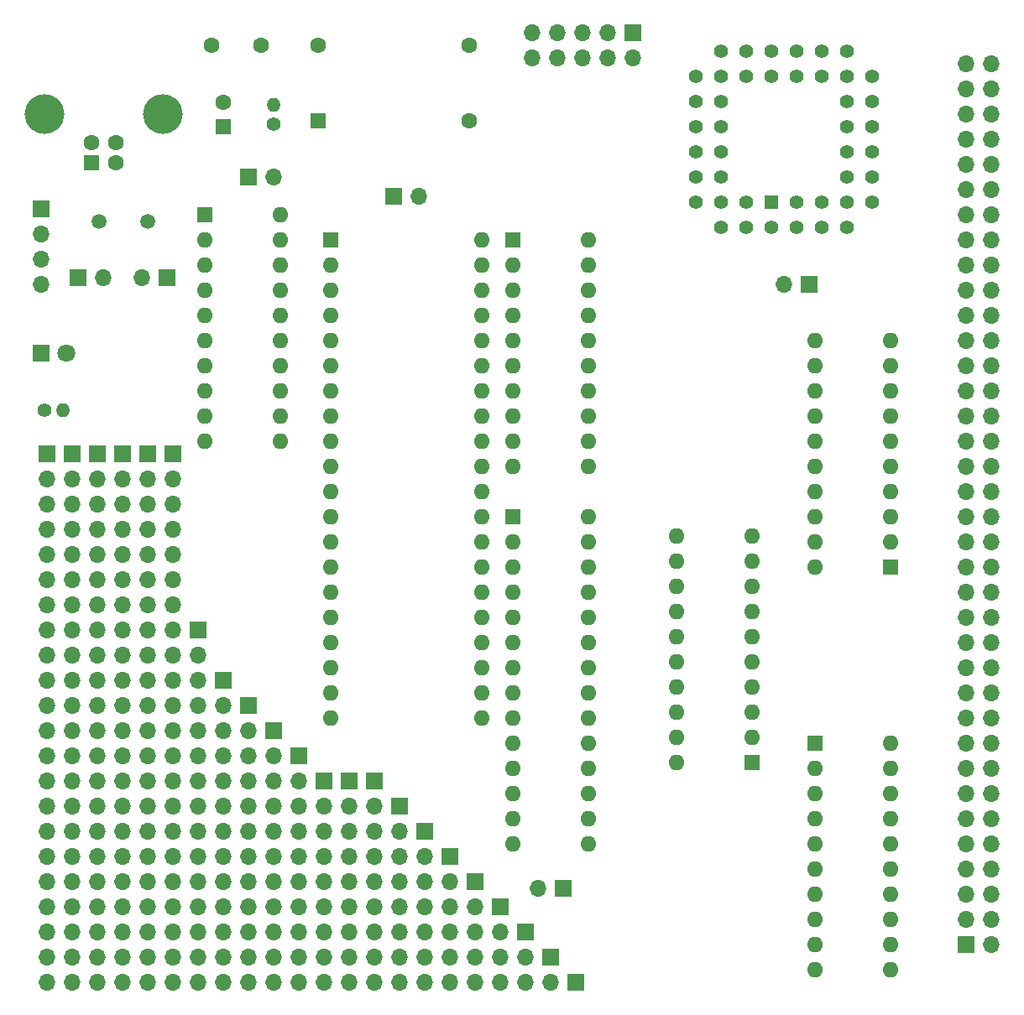
<source format=gbr>
%TF.GenerationSoftware,KiCad,Pcbnew,(6.0.1)*%
%TF.CreationDate,2023-05-10T08:42:29+02:00*%
%TF.ProjectId,VT100_MCU,56543130-305f-44d4-9355-2e6b69636164,rev?*%
%TF.SameCoordinates,Original*%
%TF.FileFunction,Soldermask,Bot*%
%TF.FilePolarity,Negative*%
%FSLAX46Y46*%
G04 Gerber Fmt 4.6, Leading zero omitted, Abs format (unit mm)*
G04 Created by KiCad (PCBNEW (6.0.1)) date 2023-05-10 08:42:29*
%MOMM*%
%LPD*%
G01*
G04 APERTURE LIST*
%ADD10R,1.700000X1.700000*%
%ADD11O,1.700000X1.700000*%
%ADD12R,1.600000X1.600000*%
%ADD13O,1.600000X1.600000*%
%ADD14R,1.800000X1.800000*%
%ADD15C,1.800000*%
%ADD16C,1.600000*%
%ADD17C,1.400000*%
%ADD18O,1.400000X1.400000*%
%ADD19C,1.500000*%
%ADD20R,1.422400X1.422400*%
%ADD21C,1.422400*%
%ADD22C,4.000000*%
G04 APERTURE END LIST*
D10*
%TO.C,REF\u002A\u002A*%
X45085000Y-89535000D03*
D11*
X45085000Y-92075000D03*
X45085000Y-94615000D03*
X45085000Y-97155000D03*
X45085000Y-99695000D03*
X45085000Y-102235000D03*
X45085000Y-104775000D03*
X45085000Y-107315000D03*
X45085000Y-109855000D03*
X45085000Y-112395000D03*
%TD*%
D10*
%TO.C,REF\u002A\u002A*%
X73025000Y-112395000D03*
%TD*%
D12*
%TO.C,U2*%
X66695000Y-37480000D03*
D13*
X66695000Y-40020000D03*
X66695000Y-42560000D03*
X66695000Y-45100000D03*
X66695000Y-47640000D03*
X66695000Y-50180000D03*
X66695000Y-52720000D03*
X66695000Y-55260000D03*
X66695000Y-57800000D03*
X66695000Y-60340000D03*
X74315000Y-60340000D03*
X74315000Y-57800000D03*
X74315000Y-55260000D03*
X74315000Y-52720000D03*
X74315000Y-50180000D03*
X74315000Y-47640000D03*
X74315000Y-45100000D03*
X74315000Y-42560000D03*
X74315000Y-40020000D03*
X74315000Y-37480000D03*
%TD*%
D10*
%TO.C,C1*%
X31750000Y-41275000D03*
D11*
X29210000Y-41275000D03*
%TD*%
D14*
%TO.C,D1*%
X19050000Y-48895000D03*
D15*
X21590000Y-48895000D03*
%TD*%
D10*
%TO.C,REF\u002A\u002A*%
X19685000Y-59055000D03*
D11*
X19685000Y-61595000D03*
X19685000Y-64135000D03*
X19685000Y-66675000D03*
X19685000Y-69215000D03*
X19685000Y-71755000D03*
X19685000Y-74295000D03*
X19685000Y-76835000D03*
X19685000Y-79375000D03*
X19685000Y-81915000D03*
X19685000Y-84455000D03*
X19685000Y-86995000D03*
X19685000Y-89535000D03*
X19685000Y-92075000D03*
X19685000Y-94615000D03*
X19685000Y-97155000D03*
X19685000Y-99695000D03*
X19685000Y-102235000D03*
X19685000Y-104775000D03*
X19685000Y-107315000D03*
X19685000Y-109855000D03*
X19685000Y-112395000D03*
%TD*%
D12*
%TO.C,X1*%
X46990000Y-25400000D03*
D16*
X62230000Y-25400000D03*
X62230000Y-17780000D03*
X46990000Y-17780000D03*
%TD*%
D10*
%TO.C,REF\u002A\u002A*%
X32385000Y-59055000D03*
D11*
X32385000Y-61595000D03*
X32385000Y-64135000D03*
X32385000Y-66675000D03*
X32385000Y-69215000D03*
X32385000Y-71755000D03*
X32385000Y-74295000D03*
X32385000Y-76835000D03*
X32385000Y-79375000D03*
X32385000Y-81915000D03*
X32385000Y-84455000D03*
X32385000Y-86995000D03*
X32385000Y-89535000D03*
X32385000Y-92075000D03*
X32385000Y-94615000D03*
X32385000Y-97155000D03*
X32385000Y-99695000D03*
X32385000Y-102235000D03*
X32385000Y-104775000D03*
X32385000Y-107315000D03*
X32385000Y-109855000D03*
X32385000Y-112395000D03*
%TD*%
D10*
%TO.C,C6*%
X40000000Y-31115000D03*
D11*
X42540000Y-31115000D03*
%TD*%
D10*
%TO.C,REF\u002A\u002A*%
X47625000Y-92075000D03*
D11*
X47625000Y-94615000D03*
X47625000Y-97155000D03*
X47625000Y-99695000D03*
X47625000Y-102235000D03*
X47625000Y-104775000D03*
X47625000Y-107315000D03*
X47625000Y-109855000D03*
X47625000Y-112395000D03*
%TD*%
D10*
%TO.C,REF\u002A\u002A*%
X24765000Y-59055000D03*
D11*
X24765000Y-61595000D03*
X24765000Y-64135000D03*
X24765000Y-66675000D03*
X24765000Y-69215000D03*
X24765000Y-71755000D03*
X24765000Y-74295000D03*
X24765000Y-76835000D03*
X24765000Y-79375000D03*
X24765000Y-81915000D03*
X24765000Y-84455000D03*
X24765000Y-86995000D03*
X24765000Y-89535000D03*
X24765000Y-92075000D03*
X24765000Y-94615000D03*
X24765000Y-97155000D03*
X24765000Y-99695000D03*
X24765000Y-102235000D03*
X24765000Y-104775000D03*
X24765000Y-107315000D03*
X24765000Y-109855000D03*
X24765000Y-112395000D03*
%TD*%
D17*
%TO.C,R1*%
X42545000Y-25734900D03*
D18*
X42545000Y-23834900D03*
%TD*%
D12*
%TO.C,U8*%
X35580000Y-34940000D03*
D13*
X35580000Y-37480000D03*
X35580000Y-40020000D03*
X35580000Y-42560000D03*
X35580000Y-45100000D03*
X35580000Y-47640000D03*
X35580000Y-50180000D03*
X35580000Y-52720000D03*
X35580000Y-55260000D03*
X35580000Y-57800000D03*
X43200000Y-57800000D03*
X43200000Y-55260000D03*
X43200000Y-52720000D03*
X43200000Y-50180000D03*
X43200000Y-47640000D03*
X43200000Y-45100000D03*
X43200000Y-42560000D03*
X43200000Y-40020000D03*
X43200000Y-37480000D03*
X43200000Y-34940000D03*
%TD*%
D12*
%TO.C,C2*%
X37465000Y-26035000D03*
D16*
X37465000Y-23535000D03*
%TD*%
D17*
%TO.C,R2*%
X19415000Y-54610000D03*
D18*
X21315000Y-54610000D03*
%TD*%
D10*
%TO.C,C7*%
X71770000Y-102880000D03*
D11*
X69230000Y-102880000D03*
%TD*%
D10*
%TO.C,REF\u002A\u002A*%
X22225000Y-59055000D03*
D11*
X22225000Y-61595000D03*
X22225000Y-64135000D03*
X22225000Y-66675000D03*
X22225000Y-69215000D03*
X22225000Y-71755000D03*
X22225000Y-74295000D03*
X22225000Y-76835000D03*
X22225000Y-79375000D03*
X22225000Y-81915000D03*
X22225000Y-84455000D03*
X22225000Y-86995000D03*
X22225000Y-89535000D03*
X22225000Y-92075000D03*
X22225000Y-94615000D03*
X22225000Y-97155000D03*
X22225000Y-99695000D03*
X22225000Y-102235000D03*
X22225000Y-104775000D03*
X22225000Y-107315000D03*
X22225000Y-109855000D03*
X22225000Y-112395000D03*
%TD*%
D12*
%TO.C,U1*%
X48270000Y-37475000D03*
D13*
X48270000Y-40015000D03*
X48270000Y-42555000D03*
X48270000Y-45095000D03*
X48270000Y-47635000D03*
X48270000Y-50175000D03*
X48270000Y-52715000D03*
X48270000Y-55255000D03*
X48270000Y-57795000D03*
X48270000Y-60335000D03*
X48270000Y-62875000D03*
X48270000Y-65415000D03*
X48270000Y-67955000D03*
X48270000Y-70495000D03*
X48270000Y-73035000D03*
X48270000Y-75575000D03*
X48270000Y-78115000D03*
X48270000Y-80655000D03*
X48270000Y-83195000D03*
X48270000Y-85735000D03*
X63510000Y-85735000D03*
X63510000Y-83195000D03*
X63510000Y-80655000D03*
X63510000Y-78115000D03*
X63510000Y-75575000D03*
X63510000Y-73035000D03*
X63510000Y-70495000D03*
X63510000Y-67955000D03*
X63510000Y-65415000D03*
X63510000Y-62875000D03*
X63510000Y-60335000D03*
X63510000Y-57795000D03*
X63510000Y-55255000D03*
X63510000Y-52715000D03*
X63510000Y-50175000D03*
X63510000Y-47635000D03*
X63510000Y-45095000D03*
X63510000Y-42555000D03*
X63510000Y-40015000D03*
X63510000Y-37475000D03*
%TD*%
D10*
%TO.C,REF\u002A\u002A*%
X67945000Y-107315000D03*
D11*
X67945000Y-109855000D03*
X67945000Y-112395000D03*
%TD*%
D10*
%TO.C,REF\u002A\u002A*%
X29845000Y-59055000D03*
D11*
X29845000Y-61595000D03*
X29845000Y-64135000D03*
X29845000Y-66675000D03*
X29845000Y-69215000D03*
X29845000Y-71755000D03*
X29845000Y-74295000D03*
X29845000Y-76835000D03*
X29845000Y-79375000D03*
X29845000Y-81915000D03*
X29845000Y-84455000D03*
X29845000Y-86995000D03*
X29845000Y-89535000D03*
X29845000Y-92075000D03*
X29845000Y-94615000D03*
X29845000Y-97155000D03*
X29845000Y-99695000D03*
X29845000Y-102235000D03*
X29845000Y-104775000D03*
X29845000Y-107315000D03*
X29845000Y-109855000D03*
X29845000Y-112395000D03*
%TD*%
D10*
%TO.C,REF\u002A\u002A*%
X27305000Y-59055000D03*
D11*
X27305000Y-61595000D03*
X27305000Y-64135000D03*
X27305000Y-66675000D03*
X27305000Y-69215000D03*
X27305000Y-71755000D03*
X27305000Y-74295000D03*
X27305000Y-76835000D03*
X27305000Y-79375000D03*
X27305000Y-81915000D03*
X27305000Y-84455000D03*
X27305000Y-86995000D03*
X27305000Y-89535000D03*
X27305000Y-92075000D03*
X27305000Y-94615000D03*
X27305000Y-97155000D03*
X27305000Y-99695000D03*
X27305000Y-102235000D03*
X27305000Y-104775000D03*
X27305000Y-107315000D03*
X27305000Y-109855000D03*
X27305000Y-112395000D03*
%TD*%
D10*
%TO.C,J2*%
X78740000Y-16510000D03*
D11*
X78740000Y-19050000D03*
X76200000Y-16510000D03*
X76200000Y-19050000D03*
X73660000Y-16510000D03*
X73660000Y-19050000D03*
X71120000Y-16510000D03*
X71120000Y-19050000D03*
X68580000Y-16510000D03*
X68580000Y-19050000D03*
%TD*%
D19*
%TO.C,Crystal1*%
X29840000Y-35560000D03*
X24940000Y-35560000D03*
%TD*%
D10*
%TO.C,REF\u002A\u002A*%
X62865000Y-102235000D03*
D11*
X62865000Y-104775000D03*
X62865000Y-107315000D03*
X62865000Y-109855000D03*
X62865000Y-112395000D03*
%TD*%
D10*
%TO.C,REF\u002A\u002A*%
X65405000Y-104775000D03*
D11*
X65405000Y-107315000D03*
X65405000Y-109855000D03*
X65405000Y-112395000D03*
%TD*%
D10*
%TO.C,REF\u002A\u002A*%
X50165000Y-92075000D03*
D11*
X50165000Y-94615000D03*
X50165000Y-97155000D03*
X50165000Y-99695000D03*
X50165000Y-102235000D03*
X50165000Y-104775000D03*
X50165000Y-107315000D03*
X50165000Y-109855000D03*
X50165000Y-112395000D03*
%TD*%
D10*
%TO.C,C4*%
X96535000Y-41920000D03*
D11*
X93995000Y-41920000D03*
%TD*%
D10*
%TO.C,REF\u002A\u002A*%
X70485000Y-109855000D03*
D11*
X70485000Y-112395000D03*
%TD*%
D10*
%TO.C,C5*%
X54610000Y-33020000D03*
D11*
X57150000Y-33020000D03*
%TD*%
D12*
%TO.C,U5*%
X90795000Y-90165000D03*
D13*
X90795000Y-87625000D03*
X90795000Y-85085000D03*
X90795000Y-82545000D03*
X90795000Y-80005000D03*
X90795000Y-77465000D03*
X90795000Y-74925000D03*
X90795000Y-72385000D03*
X90795000Y-69845000D03*
X90795000Y-67305000D03*
X83175000Y-67305000D03*
X83175000Y-69845000D03*
X83175000Y-72385000D03*
X83175000Y-74925000D03*
X83175000Y-77465000D03*
X83175000Y-80005000D03*
X83175000Y-82545000D03*
X83175000Y-85085000D03*
X83175000Y-87625000D03*
X83175000Y-90165000D03*
%TD*%
D10*
%TO.C,REF\u002A\u002A*%
X60325000Y-99695000D03*
D11*
X60325000Y-102235000D03*
X60325000Y-104775000D03*
X60325000Y-107315000D03*
X60325000Y-109855000D03*
X60325000Y-112395000D03*
%TD*%
D10*
%TO.C,REF\u002A\u002A*%
X57785000Y-97155000D03*
D11*
X57785000Y-99695000D03*
X57785000Y-102235000D03*
X57785000Y-104775000D03*
X57785000Y-107315000D03*
X57785000Y-109855000D03*
X57785000Y-112395000D03*
%TD*%
D20*
%TO.C,U3*%
X92710000Y-33655000D03*
D21*
X95250000Y-36195000D03*
X95250000Y-33655000D03*
X97790000Y-36195000D03*
X97790000Y-33655000D03*
X100330000Y-36195000D03*
X102870000Y-33655000D03*
X100330000Y-33655000D03*
X102870000Y-31115000D03*
X100330000Y-31115000D03*
X102870000Y-28575000D03*
X100330000Y-28575000D03*
X102870000Y-26035000D03*
X100330000Y-26035000D03*
X102870000Y-23495000D03*
X100330000Y-23495000D03*
X102870000Y-20955000D03*
X100330000Y-18415000D03*
X100330000Y-20955000D03*
X97790000Y-18415000D03*
X97790000Y-20955000D03*
X95250000Y-18415000D03*
X95250000Y-20955000D03*
X92710000Y-18415000D03*
X92710000Y-20955000D03*
X90170000Y-18415000D03*
X90170000Y-20955000D03*
X87630000Y-18415000D03*
X85090000Y-20955000D03*
X87630000Y-20955000D03*
X85090000Y-23495000D03*
X87630000Y-23495000D03*
X85090000Y-26035000D03*
X87630000Y-26035000D03*
X85090000Y-28575000D03*
X87630000Y-28575000D03*
X85090000Y-31115000D03*
X87630000Y-31115000D03*
X85090000Y-33655000D03*
X87630000Y-36195000D03*
X87630000Y-33655000D03*
X90170000Y-36195000D03*
X90170000Y-33655000D03*
X92710000Y-36195000D03*
%TD*%
D10*
%TO.C,REF\u002A\u002A*%
X42545000Y-86995000D03*
D11*
X42545000Y-89535000D03*
X42545000Y-92075000D03*
X42545000Y-94615000D03*
X42545000Y-97155000D03*
X42545000Y-99695000D03*
X42545000Y-102235000D03*
X42545000Y-104775000D03*
X42545000Y-107315000D03*
X42545000Y-109855000D03*
X42545000Y-112395000D03*
%TD*%
D12*
%TO.C,U7*%
X97155000Y-88265000D03*
D13*
X97155000Y-90805000D03*
X97155000Y-93345000D03*
X97155000Y-95885000D03*
X97155000Y-98425000D03*
X97155000Y-100965000D03*
X97155000Y-103505000D03*
X97155000Y-106045000D03*
X97155000Y-108585000D03*
X97155000Y-111125000D03*
X104775000Y-111125000D03*
X104775000Y-108585000D03*
X104775000Y-106045000D03*
X104775000Y-103505000D03*
X104775000Y-100965000D03*
X104775000Y-98425000D03*
X104775000Y-95885000D03*
X104775000Y-93345000D03*
X104775000Y-90805000D03*
X104775000Y-88265000D03*
%TD*%
D10*
%TO.C,REF\u002A\u002A*%
X40005000Y-84455000D03*
D11*
X40005000Y-86995000D03*
X40005000Y-89535000D03*
X40005000Y-92075000D03*
X40005000Y-94615000D03*
X40005000Y-97155000D03*
X40005000Y-99695000D03*
X40005000Y-102235000D03*
X40005000Y-104775000D03*
X40005000Y-107315000D03*
X40005000Y-109855000D03*
X40005000Y-112395000D03*
%TD*%
D12*
%TO.C,U4*%
X66685000Y-65415000D03*
D13*
X66685000Y-67955000D03*
X66685000Y-70495000D03*
X66685000Y-73035000D03*
X66685000Y-75575000D03*
X66685000Y-78115000D03*
X66685000Y-80655000D03*
X66685000Y-83195000D03*
X66685000Y-85735000D03*
X66685000Y-88275000D03*
X66685000Y-90815000D03*
X66685000Y-93355000D03*
X66685000Y-95895000D03*
X66685000Y-98435000D03*
X74305000Y-98435000D03*
X74305000Y-95895000D03*
X74305000Y-93355000D03*
X74305000Y-90815000D03*
X74305000Y-88275000D03*
X74305000Y-85735000D03*
X74305000Y-83195000D03*
X74305000Y-80655000D03*
X74305000Y-78115000D03*
X74305000Y-75575000D03*
X74305000Y-73035000D03*
X74305000Y-70495000D03*
X74305000Y-67955000D03*
X74305000Y-65415000D03*
%TD*%
D16*
%TO.C,SW1*%
X36235000Y-17780000D03*
X41235000Y-17780000D03*
%TD*%
D12*
%TO.C,U6*%
X104765000Y-70485000D03*
D13*
X104765000Y-67945000D03*
X104765000Y-65405000D03*
X104765000Y-62865000D03*
X104765000Y-60325000D03*
X104765000Y-57785000D03*
X104765000Y-55245000D03*
X104765000Y-52705000D03*
X104765000Y-50165000D03*
X104765000Y-47625000D03*
X97145000Y-47625000D03*
X97145000Y-50165000D03*
X97145000Y-52705000D03*
X97145000Y-55245000D03*
X97145000Y-57785000D03*
X97145000Y-60325000D03*
X97145000Y-62865000D03*
X97145000Y-65405000D03*
X97145000Y-67945000D03*
X97145000Y-70485000D03*
%TD*%
D10*
%TO.C,J3*%
X19050000Y-34300000D03*
D11*
X19050000Y-36840000D03*
X19050000Y-39380000D03*
X19050000Y-41920000D03*
%TD*%
D10*
%TO.C,REF\u002A\u002A*%
X55245000Y-94615000D03*
D11*
X55245000Y-97155000D03*
X55245000Y-99695000D03*
X55245000Y-102235000D03*
X55245000Y-104775000D03*
X55245000Y-107315000D03*
X55245000Y-109855000D03*
X55245000Y-112395000D03*
%TD*%
D10*
%TO.C,C3*%
X22855000Y-41275000D03*
D11*
X25395000Y-41275000D03*
%TD*%
D10*
%TO.C,REF\u002A\u002A*%
X52705000Y-92075000D03*
D11*
X52705000Y-94615000D03*
X52705000Y-97155000D03*
X52705000Y-99695000D03*
X52705000Y-102235000D03*
X52705000Y-104775000D03*
X52705000Y-107315000D03*
X52705000Y-109855000D03*
X52705000Y-112395000D03*
%TD*%
D10*
%TO.C,J4*%
X112395000Y-108585000D03*
D11*
X114935000Y-108585000D03*
X112395000Y-106045000D03*
X114935000Y-106045000D03*
X112395000Y-103505000D03*
X114935000Y-103505000D03*
X112395000Y-100965000D03*
X114935000Y-100965000D03*
X112395000Y-98425000D03*
X114935000Y-98425000D03*
X112395000Y-95885000D03*
X114935000Y-95885000D03*
X112395000Y-93345000D03*
X114935000Y-93345000D03*
X112395000Y-90805000D03*
X114935000Y-90805000D03*
X112395000Y-88265000D03*
X114935000Y-88265000D03*
X112395000Y-85725000D03*
X114935000Y-85725000D03*
X112395000Y-83185000D03*
X114935000Y-83185000D03*
X112395000Y-80645000D03*
X114935000Y-80645000D03*
X112395000Y-78105000D03*
X114935000Y-78105000D03*
X112395000Y-75565000D03*
X114935000Y-75565000D03*
X112395000Y-73025000D03*
X114935000Y-73025000D03*
X112395000Y-70485000D03*
X114935000Y-70485000D03*
X112395000Y-67945000D03*
X114935000Y-67945000D03*
X112395000Y-65405000D03*
X114935000Y-65405000D03*
X112395000Y-62865000D03*
X114935000Y-62865000D03*
X112395000Y-60325000D03*
X114935000Y-60325000D03*
X112395000Y-57785000D03*
X114935000Y-57785000D03*
X112395000Y-55245000D03*
X114935000Y-55245000D03*
X112395000Y-52705000D03*
X114935000Y-52705000D03*
X112395000Y-50165000D03*
X114935000Y-50165000D03*
X112395000Y-47625000D03*
X114935000Y-47625000D03*
X112395000Y-45085000D03*
X114935000Y-45085000D03*
X112395000Y-42545000D03*
X114935000Y-42545000D03*
X112395000Y-40005000D03*
X114935000Y-40005000D03*
X112395000Y-37465000D03*
X114935000Y-37465000D03*
X112395000Y-34925000D03*
X114935000Y-34925000D03*
X112395000Y-32385000D03*
X114935000Y-32385000D03*
X112395000Y-29845000D03*
X114935000Y-29845000D03*
X112395000Y-27305000D03*
X114935000Y-27305000D03*
X112395000Y-24765000D03*
X114935000Y-24765000D03*
X112395000Y-22225000D03*
X114935000Y-22225000D03*
X112395000Y-19685000D03*
X114935000Y-19685000D03*
%TD*%
D10*
%TO.C,REF\u002A\u002A*%
X34925000Y-76835000D03*
D11*
X34925000Y-79375000D03*
X34925000Y-81915000D03*
X34925000Y-84455000D03*
X34925000Y-86995000D03*
X34925000Y-89535000D03*
X34925000Y-92075000D03*
X34925000Y-94615000D03*
X34925000Y-97155000D03*
X34925000Y-99695000D03*
X34925000Y-102235000D03*
X34925000Y-104775000D03*
X34925000Y-107315000D03*
X34925000Y-109855000D03*
X34925000Y-112395000D03*
%TD*%
D10*
%TO.C,REF\u002A\u002A*%
X37465000Y-81915000D03*
D11*
X37465000Y-84455000D03*
X37465000Y-86995000D03*
X37465000Y-89535000D03*
X37465000Y-92075000D03*
X37465000Y-94615000D03*
X37465000Y-97155000D03*
X37465000Y-99695000D03*
X37465000Y-102235000D03*
X37465000Y-104775000D03*
X37465000Y-107315000D03*
X37465000Y-109855000D03*
X37465000Y-112395000D03*
%TD*%
D12*
%TO.C,J1*%
X24150000Y-29647500D03*
D16*
X26650000Y-29647500D03*
X26650000Y-27647500D03*
X24150000Y-27647500D03*
D22*
X19400000Y-24787500D03*
X31400000Y-24787500D03*
%TD*%
M02*

</source>
